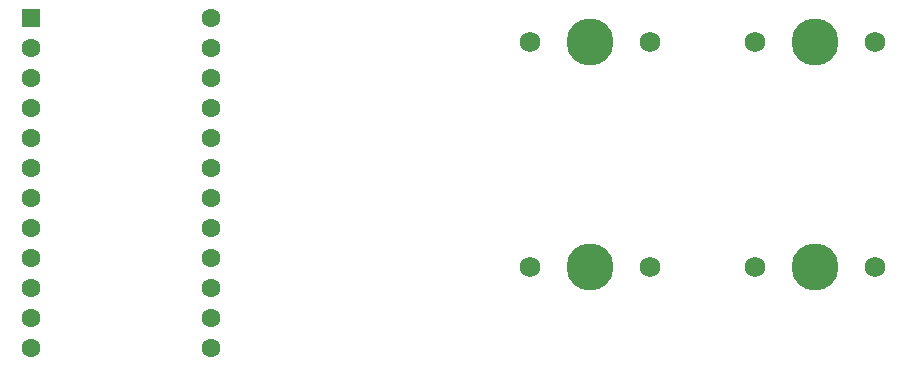
<source format=gts>
%TF.GenerationSoftware,KiCad,Pcbnew,(5.1.10-1-10_14)*%
%TF.CreationDate,2021-10-08T14:04:21+02:00*%
%TF.ProjectId,lazercut,6c617a65-7263-4757-942e-6b696361645f,rev?*%
%TF.SameCoordinates,Original*%
%TF.FileFunction,Soldermask,Top*%
%TF.FilePolarity,Negative*%
%FSLAX46Y46*%
G04 Gerber Fmt 4.6, Leading zero omitted, Abs format (unit mm)*
G04 Created by KiCad (PCBNEW (5.1.10-1-10_14)) date 2021-10-08 14:04:21*
%MOMM*%
%LPD*%
G01*
G04 APERTURE LIST*
%ADD10C,1.600000*%
%ADD11R,1.600000X1.600000*%
%ADD12C,1.750000*%
%ADD13C,3.987800*%
G04 APERTURE END LIST*
D10*
%TO.C,U1*%
X77470000Y-142398750D03*
X77470000Y-144938750D03*
X77470000Y-147478750D03*
X77470000Y-150018750D03*
X77470000Y-152558750D03*
X77470000Y-155098750D03*
X77470000Y-157638750D03*
X77470000Y-160178750D03*
X77470000Y-162718750D03*
X77470000Y-165258750D03*
X77470000Y-167798750D03*
X77470000Y-170338750D03*
X62230000Y-170338750D03*
X62230000Y-167798750D03*
X62230000Y-165258750D03*
X62230000Y-162718750D03*
X62230000Y-160178750D03*
X62230000Y-157638750D03*
X62230000Y-155098750D03*
X62230000Y-152558750D03*
X62230000Y-150018750D03*
X62230000Y-147478750D03*
X62230000Y-144938750D03*
D11*
X62230000Y-142398750D03*
%TD*%
D12*
%TO.C,MX4*%
X133667500Y-163512500D03*
X123507500Y-163512500D03*
D13*
X128587500Y-163512500D03*
%TD*%
D12*
%TO.C,MX3*%
X114617500Y-163512500D03*
X104457500Y-163512500D03*
D13*
X109537500Y-163512500D03*
%TD*%
D12*
%TO.C,MX2*%
X133667500Y-144462500D03*
X123507500Y-144462500D03*
D13*
X128587500Y-144462500D03*
%TD*%
D12*
%TO.C,MX1*%
X114617500Y-144462500D03*
X104457500Y-144462500D03*
D13*
X109537500Y-144462500D03*
%TD*%
M02*

</source>
